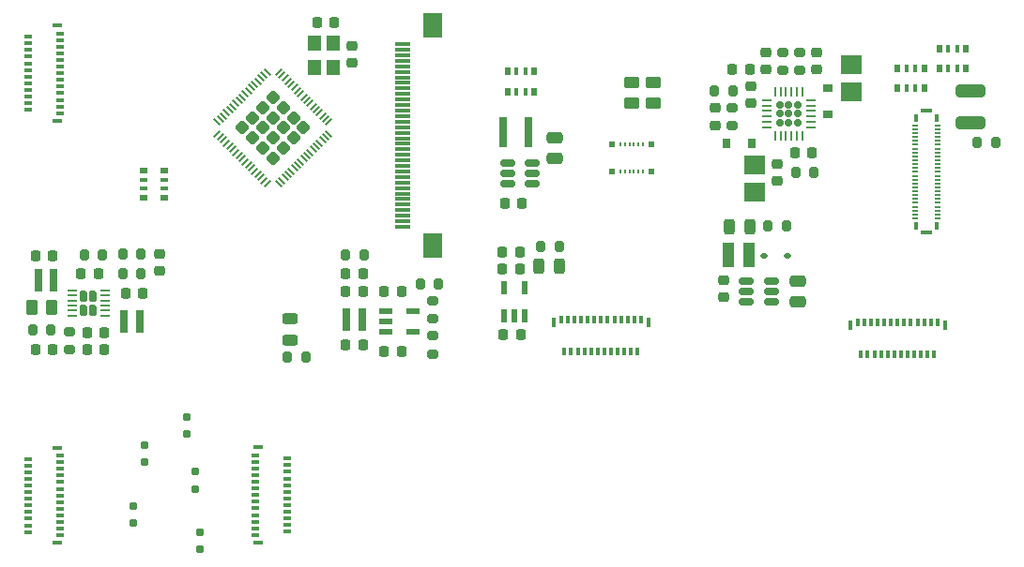
<source format=gtp>
G04 #@! TF.GenerationSoftware,KiCad,Pcbnew,7.0.8*
G04 #@! TF.CreationDate,2023-11-03T17:47:37+02:00*
G04 #@! TF.ProjectId,ssd2828_board,73736432-3832-4385-9f62-6f6172642e6b,rev?*
G04 #@! TF.SameCoordinates,Original*
G04 #@! TF.FileFunction,Paste,Top*
G04 #@! TF.FilePolarity,Positive*
%FSLAX46Y46*%
G04 Gerber Fmt 4.6, Leading zero omitted, Abs format (unit mm)*
G04 Created by KiCad (PCBNEW 7.0.8) date 2023-11-03 17:47:37*
%MOMM*%
%LPD*%
G01*
G04 APERTURE LIST*
G04 Aperture macros list*
%AMRoundRect*
0 Rectangle with rounded corners*
0 $1 Rounding radius*
0 $2 $3 $4 $5 $6 $7 $8 $9 X,Y pos of 4 corners*
0 Add a 4 corners polygon primitive as box body*
4,1,4,$2,$3,$4,$5,$6,$7,$8,$9,$2,$3,0*
0 Add four circle primitives for the rounded corners*
1,1,$1+$1,$2,$3*
1,1,$1+$1,$4,$5*
1,1,$1+$1,$6,$7*
1,1,$1+$1,$8,$9*
0 Add four rect primitives between the rounded corners*
20,1,$1+$1,$2,$3,$4,$5,0*
20,1,$1+$1,$4,$5,$6,$7,0*
20,1,$1+$1,$6,$7,$8,$9,0*
20,1,$1+$1,$8,$9,$2,$3,0*%
G04 Aperture macros list end*
%ADD10RoundRect,0.225000X0.225000X0.250000X-0.225000X0.250000X-0.225000X-0.250000X0.225000X-0.250000X0*%
%ADD11R,0.600000X1.200000*%
%ADD12RoundRect,0.200000X0.275000X-0.200000X0.275000X0.200000X-0.275000X0.200000X-0.275000X-0.200000X0*%
%ADD13RoundRect,0.200000X-0.275000X0.200000X-0.275000X-0.200000X0.275000X-0.200000X0.275000X0.200000X0*%
%ADD14R,1.000000X2.200000*%
%ADD15RoundRect,0.225000X-0.225000X-0.250000X0.225000X-0.250000X0.225000X0.250000X-0.225000X0.250000X0*%
%ADD16RoundRect,0.150000X-0.512500X-0.150000X0.512500X-0.150000X0.512500X0.150000X-0.512500X0.150000X0*%
%ADD17RoundRect,0.175000X-0.175000X-0.175000X0.175000X-0.175000X0.175000X0.175000X-0.175000X0.175000X0*%
%ADD18RoundRect,0.225000X0.250000X-0.225000X0.250000X0.225000X-0.250000X0.225000X-0.250000X-0.225000X0*%
%ADD19R,0.500000X0.800000*%
%ADD20R,0.400000X0.800000*%
%ADD21RoundRect,0.250000X-0.262500X-0.450000X0.262500X-0.450000X0.262500X0.450000X-0.262500X0.450000X0*%
%ADD22RoundRect,0.200000X-0.200000X-0.275000X0.200000X-0.275000X0.200000X0.275000X-0.200000X0.275000X0*%
%ADD23R,0.800000X0.300000*%
%ADD24R,0.650000X0.300000*%
%ADD25R,0.950000X0.400000*%
%ADD26R,1.200000X0.600000*%
%ADD27RoundRect,0.250000X-0.388909X0.000000X0.000000X-0.388909X0.388909X0.000000X0.000000X0.388909X0*%
%ADD28RoundRect,0.050000X-0.291682X0.220971X0.220971X-0.291682X0.291682X-0.220971X-0.220971X0.291682X0*%
%ADD29RoundRect,0.050000X-0.291682X-0.220971X-0.220971X-0.291682X0.291682X0.220971X0.220971X0.291682X0*%
%ADD30R,1.870000X1.720000*%
%ADD31RoundRect,0.200000X0.200000X0.275000X-0.200000X0.275000X-0.200000X-0.275000X0.200000X-0.275000X0*%
%ADD32RoundRect,0.225000X-0.250000X0.225000X-0.250000X-0.225000X0.250000X-0.225000X0.250000X0.225000X0*%
%ADD33R,1.200000X1.400000*%
%ADD34R,0.300000X0.800000*%
%ADD35R,0.300000X0.650000*%
%ADD36R,0.400000X0.950000*%
%ADD37RoundRect,0.243750X0.456250X-0.243750X0.456250X0.243750X-0.456250X0.243750X-0.456250X-0.243750X0*%
%ADD38R,0.700000X2.000000*%
%ADD39R,0.800000X0.500000*%
%ADD40R,0.800000X0.400000*%
%ADD41R,0.900000X0.800000*%
%ADD42R,0.240000X0.450000*%
%ADD43R,0.500000X0.470000*%
%ADD44RoundRect,0.172500X-0.172500X-0.332500X0.172500X-0.332500X0.172500X0.332500X-0.172500X0.332500X0*%
%ADD45RoundRect,0.050000X-0.350000X-0.050000X0.350000X-0.050000X0.350000X0.050000X-0.350000X0.050000X0*%
%ADD46R,0.800000X2.700000*%
%ADD47RoundRect,0.250000X-0.475000X0.250000X-0.475000X-0.250000X0.475000X-0.250000X0.475000X0.250000X0*%
%ADD48RoundRect,0.250000X-0.450000X0.262500X-0.450000X-0.262500X0.450000X-0.262500X0.450000X0.262500X0*%
%ADD49R,0.467000X0.180000*%
%ADD50R,1.000000X0.300000*%
%ADD51R,0.350000X0.800000*%
%ADD52R,0.800000X0.900000*%
%ADD53RoundRect,0.112500X0.187500X0.112500X-0.187500X0.112500X-0.187500X-0.112500X0.187500X-0.112500X0*%
%ADD54R,1.800000X2.200000*%
%ADD55R,1.400000X0.300000*%
%ADD56RoundRect,0.243750X0.243750X0.456250X-0.243750X0.456250X-0.243750X-0.456250X0.243750X-0.456250X0*%
%ADD57RoundRect,0.250000X1.075000X-0.312500X1.075000X0.312500X-1.075000X0.312500X-1.075000X-0.312500X0*%
%ADD58RoundRect,0.165000X0.165000X-0.165000X0.165000X0.165000X-0.165000X0.165000X-0.165000X-0.165000X0*%
%ADD59RoundRect,0.062500X0.062500X-0.325000X0.062500X0.325000X-0.062500X0.325000X-0.062500X-0.325000X0*%
%ADD60RoundRect,0.062500X0.325000X-0.062500X0.325000X0.062500X-0.325000X0.062500X-0.325000X-0.062500X0*%
%ADD61R,0.650000X2.000000*%
G04 APERTURE END LIST*
D10*
X87643000Y-83705200D03*
X86093000Y-83705200D03*
D11*
X96890000Y-80420999D03*
X97840000Y-80420999D03*
X98790000Y-80420999D03*
X98790000Y-77920999D03*
X96890000Y-77920999D03*
D12*
X90514000Y-80720200D03*
X90514000Y-79070200D03*
D13*
X117525800Y-61633600D03*
X117525800Y-63283600D03*
D14*
X117109200Y-74955400D03*
X119009200Y-74955400D03*
D15*
X96760200Y-76249999D03*
X98310200Y-76249999D03*
X59296000Y-81972600D03*
X60846000Y-81972600D03*
X82638600Y-78257400D03*
X84188600Y-78257400D03*
D16*
X97213399Y-66628800D03*
X97213399Y-67578800D03*
X97213399Y-68528800D03*
X99488399Y-68528800D03*
X99488399Y-67578800D03*
X99488399Y-66628800D03*
D17*
X63500000Y-99187000D03*
D10*
X81599605Y-53961800D03*
X80049605Y-53961800D03*
D18*
X120573800Y-58229800D03*
X120573800Y-56679800D03*
D19*
X97225000Y-60195800D03*
D20*
X98025000Y-60195800D03*
X98825000Y-60195800D03*
D19*
X99625000Y-60195800D03*
X99625000Y-58395800D03*
D20*
X98825000Y-58395800D03*
X98025000Y-58395800D03*
D19*
X97225000Y-58395800D03*
D13*
X123621800Y-56629800D03*
X123621800Y-58279800D03*
D17*
X63500000Y-97663000D03*
D21*
X54291500Y-79686600D03*
X56116500Y-79686600D03*
D22*
X115913400Y-60172600D03*
X117563400Y-60172600D03*
D15*
X82638600Y-83083400D03*
X84188600Y-83083400D03*
D23*
X74469000Y-100249000D03*
D24*
X77343000Y-99949000D03*
D23*
X74469000Y-99649000D03*
D24*
X77343000Y-99349000D03*
D23*
X74469000Y-99049000D03*
D24*
X77343000Y-98749000D03*
D23*
X74469000Y-98449000D03*
D24*
X77343000Y-98149000D03*
D23*
X74469000Y-97849000D03*
D24*
X77343000Y-97549000D03*
D23*
X74469000Y-97249000D03*
D24*
X77343000Y-96949000D03*
D23*
X74469000Y-96649000D03*
D24*
X77343000Y-96349000D03*
D23*
X74469000Y-96049000D03*
D24*
X77343000Y-95749000D03*
D23*
X74469000Y-95449000D03*
D24*
X77343000Y-95149000D03*
D23*
X74469000Y-94849000D03*
D24*
X77343000Y-94549000D03*
D23*
X74469000Y-94249000D03*
D24*
X77343000Y-93949000D03*
D23*
X74469000Y-93649000D03*
D24*
X77343000Y-93349000D03*
D23*
X74469000Y-93049000D03*
D25*
X74743000Y-100949000D03*
X74743000Y-92349000D03*
D26*
X86236000Y-80022200D03*
X86236000Y-80972200D03*
X86236000Y-81922200D03*
X88736000Y-81922200D03*
X88736000Y-80022200D03*
D22*
X62510800Y-74860600D03*
X64160800Y-74860600D03*
D27*
X76073000Y-60712045D03*
X75153761Y-61631283D03*
X74234522Y-62550522D03*
X73315284Y-63469761D03*
X76992239Y-61631283D03*
X76073000Y-62550522D03*
X75153761Y-63469761D03*
X74234522Y-64389000D03*
X77911478Y-62550522D03*
X76992239Y-63469761D03*
X76073000Y-64389000D03*
X75153761Y-65308239D03*
X78830716Y-63469761D03*
X77911478Y-64389000D03*
X76992239Y-65308239D03*
X76073000Y-66227477D03*
D28*
X75551509Y-58422786D03*
X75268666Y-58705629D03*
X74985823Y-58988472D03*
X74702981Y-59271314D03*
X74420138Y-59554157D03*
X74137295Y-59837000D03*
X73854452Y-60119843D03*
X73571610Y-60402685D03*
X73288767Y-60685528D03*
X73005924Y-60968371D03*
X72723082Y-61251213D03*
X72440239Y-61534056D03*
X72157396Y-61816899D03*
X71874553Y-62099742D03*
X71591711Y-62382584D03*
X71308868Y-62665427D03*
X71026025Y-62948270D03*
D29*
X71026025Y-63991252D03*
X71308868Y-64274095D03*
X71591711Y-64556938D03*
X71874553Y-64839780D03*
X72157396Y-65122623D03*
X72440239Y-65405466D03*
X72723082Y-65688309D03*
X73005924Y-65971151D03*
X73288767Y-66253994D03*
X73571610Y-66536837D03*
X73854452Y-66819679D03*
X74137295Y-67102522D03*
X74420138Y-67385365D03*
X74702981Y-67668208D03*
X74985823Y-67951050D03*
X75268666Y-68233893D03*
X75551509Y-68516736D03*
D28*
X76594491Y-68516736D03*
X76877334Y-68233893D03*
X77160177Y-67951050D03*
X77443019Y-67668208D03*
X77725862Y-67385365D03*
X78008705Y-67102522D03*
X78291548Y-66819679D03*
X78574390Y-66536837D03*
X78857233Y-66253994D03*
X79140076Y-65971151D03*
X79422918Y-65688309D03*
X79705761Y-65405466D03*
X79988604Y-65122623D03*
X80271447Y-64839780D03*
X80554289Y-64556938D03*
X80837132Y-64274095D03*
X81119975Y-63991252D03*
D29*
X81119975Y-62948270D03*
X80837132Y-62665427D03*
X80554289Y-62382584D03*
X80271447Y-62099742D03*
X79988604Y-61816899D03*
X79705761Y-61534056D03*
X79422918Y-61251213D03*
X79140076Y-60968371D03*
X78857233Y-60685528D03*
X78574390Y-60402685D03*
X78291548Y-60119843D03*
X78008705Y-59837000D03*
X77725862Y-59554157D03*
X77443019Y-59271314D03*
X77160177Y-58988472D03*
X76877334Y-58705629D03*
X76594491Y-58422786D03*
D30*
X119532400Y-69276600D03*
X119532400Y-66816600D03*
D31*
X90995000Y-77583800D03*
X89345000Y-77583800D03*
D30*
X128219200Y-57723400D03*
X128219200Y-60183400D03*
D15*
X86093000Y-78244200D03*
X87643000Y-78244200D03*
D32*
X125145800Y-56679800D03*
X125145800Y-58229800D03*
X115976400Y-61683600D03*
X115976400Y-63233600D03*
D17*
X64465200Y-92176600D03*
D22*
X123203200Y-67487800D03*
X124853200Y-67487800D03*
D17*
X68300600Y-89560400D03*
D33*
X81495000Y-58008200D03*
X81495000Y-55808200D03*
X79795000Y-55808200D03*
X79795000Y-58008200D03*
D34*
X128813000Y-81038200D03*
D35*
X129113000Y-83912200D03*
D34*
X129413000Y-81038200D03*
D35*
X129713000Y-83912200D03*
D34*
X130013000Y-81038200D03*
D35*
X130313000Y-83912200D03*
D34*
X130613000Y-81038200D03*
D35*
X130913000Y-83912200D03*
D34*
X131213000Y-81038200D03*
D35*
X131513000Y-83912200D03*
D34*
X131813000Y-81038200D03*
D35*
X132113000Y-83912200D03*
D34*
X132413000Y-81038200D03*
D35*
X132713000Y-83912200D03*
D34*
X133013000Y-81038200D03*
D35*
X133313000Y-83912200D03*
D34*
X133613000Y-81038200D03*
D35*
X133913000Y-83912200D03*
D34*
X134213000Y-81038200D03*
D35*
X134513000Y-83912200D03*
D34*
X134813000Y-81038200D03*
D35*
X135113000Y-83912200D03*
D34*
X135413000Y-81038200D03*
D35*
X135713000Y-83912200D03*
D34*
X136013000Y-81038200D03*
D36*
X128113000Y-81312200D03*
X136713000Y-81312200D03*
D37*
X77622400Y-82623900D03*
X77622400Y-80748900D03*
D31*
X60704500Y-74962200D03*
X59054500Y-74962200D03*
D38*
X84138600Y-80797400D03*
X82688600Y-80797400D03*
D17*
X64465200Y-93675200D03*
D39*
X64439800Y-67373000D03*
D40*
X64439800Y-68173000D03*
X64439800Y-68973000D03*
D39*
X64439800Y-69773000D03*
X66239800Y-69773000D03*
D40*
X66239800Y-68973000D03*
X66239800Y-68173000D03*
D39*
X66239800Y-67373000D03*
D41*
X126161800Y-59911600D03*
X126161800Y-62211600D03*
D15*
X59296000Y-83496600D03*
X60846000Y-83496600D03*
D31*
X141236200Y-64820800D03*
X139586200Y-64820800D03*
D15*
X96760200Y-74700599D03*
X98310200Y-74700599D03*
D42*
X107423000Y-67404200D03*
X107423000Y-64954200D03*
X107823000Y-67404200D03*
X107823000Y-64954200D03*
X108223000Y-67404200D03*
X108223000Y-64954200D03*
X108623000Y-67404200D03*
X108623000Y-64954200D03*
X109023000Y-67404200D03*
X109023000Y-64954200D03*
X109423000Y-67404200D03*
X109423000Y-64954200D03*
D43*
X106673000Y-67374200D03*
X106673000Y-64984200D03*
X110173000Y-67374200D03*
X110173000Y-64984200D03*
D44*
X59017800Y-78670600D03*
X59017800Y-79920600D03*
X59867800Y-78670600D03*
X59867800Y-79920600D03*
D45*
X57992800Y-78170600D03*
X57992800Y-78620600D03*
X57992800Y-79070600D03*
X57992800Y-79520600D03*
X57992800Y-79970600D03*
X57992800Y-80420600D03*
X60892800Y-80420600D03*
X60892800Y-79970600D03*
X60892800Y-79520600D03*
X60892800Y-79070600D03*
X60892800Y-78620600D03*
X60892800Y-78170600D03*
D13*
X57683400Y-81889600D03*
X57683400Y-83539600D03*
D17*
X69494400Y-100050600D03*
D46*
X99092400Y-63881000D03*
X96792400Y-63881000D03*
D15*
X82638600Y-76606400D03*
X84188600Y-76606400D03*
D17*
X69088000Y-94538800D03*
D47*
X123444000Y-77294200D03*
X123444000Y-79194200D03*
D48*
X108397600Y-59399300D03*
X108397600Y-61224300D03*
D32*
X83185000Y-56082400D03*
X83185000Y-57632400D03*
D17*
X68300600Y-91109800D03*
D23*
X56896000Y-54941200D03*
D24*
X54022000Y-55241200D03*
D23*
X56896000Y-55541200D03*
D24*
X54022000Y-55841200D03*
D23*
X56896000Y-56141200D03*
D24*
X54022000Y-56441200D03*
D23*
X56896000Y-56741200D03*
D24*
X54022000Y-57041200D03*
D23*
X56896000Y-57341200D03*
D24*
X54022000Y-57641200D03*
D23*
X56896000Y-57941200D03*
D24*
X54022000Y-58241200D03*
D23*
X56896000Y-58541200D03*
D24*
X54022000Y-58841200D03*
D23*
X56896000Y-59141200D03*
D24*
X54022000Y-59441200D03*
D23*
X56896000Y-59741200D03*
D24*
X54022000Y-60041200D03*
D23*
X56896000Y-60341200D03*
D24*
X54022000Y-60641200D03*
D23*
X56896000Y-60941200D03*
D24*
X54022000Y-61241200D03*
D23*
X56896000Y-61541200D03*
D24*
X54022000Y-61841200D03*
D23*
X56896000Y-62141200D03*
D25*
X56622000Y-54241200D03*
X56622000Y-62841200D03*
D10*
X119062800Y-58216800D03*
X117512800Y-58216800D03*
D18*
X119151400Y-61277800D03*
X119151400Y-59727800D03*
D38*
X62610800Y-80956600D03*
X64060800Y-80956600D03*
D49*
X136005000Y-71649200D03*
X133997000Y-71649200D03*
X136005000Y-71299200D03*
X133997000Y-71299200D03*
X136005000Y-70949200D03*
X133997000Y-70949200D03*
X136005000Y-70599200D03*
X133997000Y-70599200D03*
X136005000Y-70249200D03*
X133997000Y-70249200D03*
X136005000Y-69899200D03*
X133997000Y-69899200D03*
X136005000Y-69549200D03*
X133997000Y-69549200D03*
X136005000Y-69199200D03*
X133997000Y-69199200D03*
X136005000Y-68849200D03*
X133997000Y-68849200D03*
X136005000Y-68499200D03*
X133997000Y-68499200D03*
X136005000Y-68149200D03*
X133997000Y-68149200D03*
X136005000Y-67799200D03*
X133997000Y-67799200D03*
X136005000Y-67449200D03*
X133997000Y-67449200D03*
X136005000Y-67099200D03*
X133997000Y-67099200D03*
X136005000Y-66749200D03*
X133997000Y-66749200D03*
X136005000Y-66399200D03*
X133997000Y-66399200D03*
X136005000Y-66049200D03*
X133997000Y-66049200D03*
X136005000Y-65699200D03*
X133997000Y-65699200D03*
X136005000Y-65349200D03*
X133997000Y-65349200D03*
X136005000Y-64999200D03*
X133997000Y-64999200D03*
X136005000Y-64649200D03*
X133997000Y-64649200D03*
X136005000Y-64299200D03*
X133997000Y-64299200D03*
X136005000Y-63949200D03*
X133997000Y-63949200D03*
X136005000Y-63599200D03*
X133997000Y-63599200D03*
X136005000Y-63249200D03*
X133997000Y-63249200D03*
D50*
X135001000Y-72959200D03*
X135001000Y-61939200D03*
D51*
X134066000Y-72349200D03*
X134066000Y-62549200D03*
X135936000Y-62549200D03*
X135936000Y-72349200D03*
D34*
X102064000Y-80784200D03*
D35*
X102364000Y-83658200D03*
D34*
X102664000Y-80784200D03*
D35*
X102964000Y-83658200D03*
D34*
X103264000Y-80784200D03*
D35*
X103564000Y-83658200D03*
D34*
X103864000Y-80784200D03*
D35*
X104164000Y-83658200D03*
D34*
X104464000Y-80784200D03*
D35*
X104764000Y-83658200D03*
D34*
X105064000Y-80784200D03*
D35*
X105364000Y-83658200D03*
D34*
X105664000Y-80784200D03*
D35*
X105964000Y-83658200D03*
D34*
X106264000Y-80784200D03*
D35*
X106564000Y-83658200D03*
D34*
X106864000Y-80784200D03*
D35*
X107164000Y-83658200D03*
D34*
X107464000Y-80784200D03*
D35*
X107764000Y-83658200D03*
D34*
X108064000Y-80784200D03*
D35*
X108364000Y-83658200D03*
D34*
X108664000Y-80784200D03*
D35*
X108964000Y-83658200D03*
D34*
X109264000Y-80784200D03*
D36*
X101364000Y-81058200D03*
X109964000Y-81058200D03*
D15*
X58750800Y-76638600D03*
X60300800Y-76638600D03*
D52*
X116985400Y-64897000D03*
X119285400Y-64897000D03*
D31*
X79006200Y-84201000D03*
X77356200Y-84201000D03*
D15*
X54632200Y-83496600D03*
X56182200Y-83496600D03*
D47*
X101473000Y-64328000D03*
X101473000Y-66228000D03*
D18*
X65875800Y-76397600D03*
X65875800Y-74847600D03*
D53*
X122462000Y-75069200D03*
X120362000Y-75069200D03*
D23*
X56845100Y-93079200D03*
D24*
X53971100Y-93379200D03*
D23*
X56845100Y-93679200D03*
D24*
X53971100Y-93979200D03*
D23*
X56845100Y-94279200D03*
D24*
X53971100Y-94579200D03*
D23*
X56845100Y-94879200D03*
D24*
X53971100Y-95179200D03*
D23*
X56845100Y-95479200D03*
D24*
X53971100Y-95779200D03*
D23*
X56845100Y-96079200D03*
D24*
X53971100Y-96379200D03*
D23*
X56845100Y-96679200D03*
D24*
X53971100Y-96979200D03*
D23*
X56845100Y-97279200D03*
D24*
X53971100Y-97579200D03*
D23*
X56845100Y-97879200D03*
D24*
X53971100Y-98179200D03*
D23*
X56845100Y-98479200D03*
D24*
X53971100Y-98779200D03*
D23*
X56845100Y-99079200D03*
D24*
X53971100Y-99379200D03*
D23*
X56845100Y-99679200D03*
D24*
X53971100Y-99979200D03*
D23*
X56845100Y-100279200D03*
D25*
X56571100Y-92379200D03*
X56571100Y-100979200D03*
D16*
X118750500Y-77294200D03*
X118750500Y-78244200D03*
X118750500Y-79194200D03*
X121025500Y-79194200D03*
X121025500Y-78244200D03*
X121025500Y-77294200D03*
D15*
X54622400Y-75043800D03*
X56172400Y-75043800D03*
D54*
X90472000Y-74112000D03*
X90472000Y-54212000D03*
D55*
X87757000Y-72412000D03*
X87757000Y-71912000D03*
X87757000Y-71412000D03*
X87757000Y-70912000D03*
X87757000Y-70412000D03*
X87757000Y-69912000D03*
X87757000Y-69412000D03*
X87757000Y-68912000D03*
X87757000Y-68412000D03*
X87757000Y-67912000D03*
X87757000Y-67412000D03*
X87757000Y-66912000D03*
X87757000Y-66412000D03*
X87757000Y-65912000D03*
X87757000Y-65412000D03*
X87757000Y-64912000D03*
X87757000Y-64412000D03*
X87757000Y-63912000D03*
X87757000Y-63412000D03*
X87757000Y-62912000D03*
X87757000Y-62412000D03*
X87757000Y-61912000D03*
X87757000Y-61412000D03*
X87757000Y-60912000D03*
X87757000Y-60412000D03*
X87757000Y-59912000D03*
X87757000Y-59412000D03*
X87757000Y-58912000D03*
X87757000Y-58412000D03*
X87757000Y-57912000D03*
X87757000Y-57412000D03*
X87757000Y-56912000D03*
X87757000Y-56412000D03*
X87757000Y-55912000D03*
D19*
X136188600Y-58100800D03*
D20*
X136988600Y-58100800D03*
X137788600Y-58100800D03*
D19*
X138588600Y-58100800D03*
X138588600Y-56300800D03*
D20*
X137788600Y-56300800D03*
X136988600Y-56300800D03*
D19*
X136188600Y-56300800D03*
D31*
X122389400Y-72364600D03*
X120739400Y-72364600D03*
D18*
X116713000Y-78765200D03*
X116713000Y-77215200D03*
D22*
X100241600Y-74193400D03*
X101891600Y-74193400D03*
D12*
X90514000Y-83895200D03*
X90514000Y-82245200D03*
D56*
X119123700Y-72390000D03*
X117248700Y-72390000D03*
X101877100Y-75996800D03*
X100002100Y-75996800D03*
D10*
X98412600Y-82143600D03*
X96862600Y-82143600D03*
D12*
X122097800Y-58279800D03*
X122097800Y-56629800D03*
D17*
X69494400Y-101574600D03*
D48*
X110363000Y-59397400D03*
X110363000Y-61222400D03*
D57*
X139014200Y-63032100D03*
X139014200Y-60107100D03*
D58*
X121778600Y-63017400D03*
X122598600Y-63017400D03*
X123418600Y-63017400D03*
X121778600Y-62197400D03*
X122598600Y-62197400D03*
X123418600Y-62197400D03*
X121778600Y-61377400D03*
X122598600Y-61377400D03*
X123418600Y-61377400D03*
D59*
X121348600Y-64184900D03*
X121848600Y-64184900D03*
X122348600Y-64184900D03*
X122848600Y-64184900D03*
X123348600Y-64184900D03*
X123848600Y-64184900D03*
D60*
X124586100Y-63447400D03*
X124586100Y-62947400D03*
X124586100Y-62447400D03*
X124586100Y-61947400D03*
X124586100Y-61447400D03*
X124586100Y-60947400D03*
D59*
X123848600Y-60209900D03*
X123348600Y-60209900D03*
X122848600Y-60209900D03*
X122348600Y-60209900D03*
X121848600Y-60209900D03*
X121348600Y-60209900D03*
D60*
X120611100Y-60947400D03*
X120611100Y-61447400D03*
X120611100Y-61947400D03*
X120611100Y-62447400D03*
X120611100Y-62947400D03*
X120611100Y-63447400D03*
D61*
X56275600Y-77279000D03*
X54925600Y-77279000D03*
D31*
X56029000Y-81718600D03*
X54379000Y-81718600D03*
D17*
X69088000Y-96088200D03*
D31*
X84264000Y-74930000D03*
X82614000Y-74930000D03*
X64160800Y-76638600D03*
X62510800Y-76638600D03*
D10*
X64300400Y-78422000D03*
X62750400Y-78422000D03*
X98539600Y-70281801D03*
X96989600Y-70281801D03*
D18*
X121564400Y-68262800D03*
X121564400Y-66712800D03*
D15*
X123126200Y-65760600D03*
X124676200Y-65760600D03*
D19*
X132404000Y-59880000D03*
D20*
X133204000Y-59880000D03*
X134004000Y-59880000D03*
D19*
X134804000Y-59880000D03*
X134804000Y-58080000D03*
D20*
X134004000Y-58080000D03*
X133204000Y-58080000D03*
D19*
X132404000Y-58080000D03*
M02*

</source>
